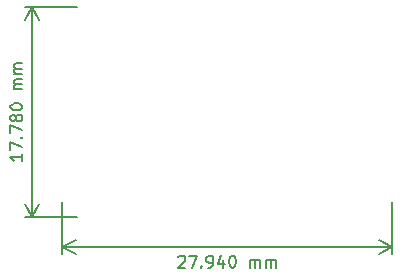
<source format=gbr>
G04 #@! TF.GenerationSoftware,KiCad,Pcbnew,5.1.5+dfsg1-2build2*
G04 #@! TF.CreationDate,2021-03-15T22:58:29+01:00*
G04 #@! TF.ProjectId,ProMicro_BOOST,50726f4d-6963-4726-9f5f-424f4f53542e,v1.8*
G04 #@! TF.SameCoordinates,Original*
G04 #@! TF.FileFunction,OtherDrawing,Comment*
%FSLAX46Y46*%
G04 Gerber Fmt 4.6, Leading zero omitted, Abs format (unit mm)*
G04 Created by KiCad*
%MOMM*%
%LPD*%
G04 APERTURE LIST*
%ADD10C,0.150000*%
G04 APERTURE END LIST*
D10*
X58715380Y-126126428D02*
X58715380Y-126697857D01*
X58715380Y-126412142D02*
X57715380Y-126412142D01*
X57858238Y-126507380D01*
X57953476Y-126602619D01*
X58001095Y-126697857D01*
X57715380Y-125793095D02*
X57715380Y-125126428D01*
X58715380Y-125555000D01*
X58620142Y-124745476D02*
X58667761Y-124697857D01*
X58715380Y-124745476D01*
X58667761Y-124793095D01*
X58620142Y-124745476D01*
X58715380Y-124745476D01*
X57715380Y-124364523D02*
X57715380Y-123697857D01*
X58715380Y-124126428D01*
X58143952Y-123174047D02*
X58096333Y-123269285D01*
X58048714Y-123316904D01*
X57953476Y-123364523D01*
X57905857Y-123364523D01*
X57810619Y-123316904D01*
X57763000Y-123269285D01*
X57715380Y-123174047D01*
X57715380Y-122983571D01*
X57763000Y-122888333D01*
X57810619Y-122840714D01*
X57905857Y-122793095D01*
X57953476Y-122793095D01*
X58048714Y-122840714D01*
X58096333Y-122888333D01*
X58143952Y-122983571D01*
X58143952Y-123174047D01*
X58191571Y-123269285D01*
X58239190Y-123316904D01*
X58334428Y-123364523D01*
X58524904Y-123364523D01*
X58620142Y-123316904D01*
X58667761Y-123269285D01*
X58715380Y-123174047D01*
X58715380Y-122983571D01*
X58667761Y-122888333D01*
X58620142Y-122840714D01*
X58524904Y-122793095D01*
X58334428Y-122793095D01*
X58239190Y-122840714D01*
X58191571Y-122888333D01*
X58143952Y-122983571D01*
X57715380Y-122174047D02*
X57715380Y-122078809D01*
X57763000Y-121983571D01*
X57810619Y-121935952D01*
X57905857Y-121888333D01*
X58096333Y-121840714D01*
X58334428Y-121840714D01*
X58524904Y-121888333D01*
X58620142Y-121935952D01*
X58667761Y-121983571D01*
X58715380Y-122078809D01*
X58715380Y-122174047D01*
X58667761Y-122269285D01*
X58620142Y-122316904D01*
X58524904Y-122364523D01*
X58334428Y-122412142D01*
X58096333Y-122412142D01*
X57905857Y-122364523D01*
X57810619Y-122316904D01*
X57763000Y-122269285D01*
X57715380Y-122174047D01*
X58715380Y-120650238D02*
X58048714Y-120650238D01*
X58143952Y-120650238D02*
X58096333Y-120602619D01*
X58048714Y-120507380D01*
X58048714Y-120364523D01*
X58096333Y-120269285D01*
X58191571Y-120221666D01*
X58715380Y-120221666D01*
X58191571Y-120221666D02*
X58096333Y-120174047D01*
X58048714Y-120078809D01*
X58048714Y-119935952D01*
X58096333Y-119840714D01*
X58191571Y-119793095D01*
X58715380Y-119793095D01*
X58715380Y-119316904D02*
X58048714Y-119316904D01*
X58143952Y-119316904D02*
X58096333Y-119269285D01*
X58048714Y-119174047D01*
X58048714Y-119031190D01*
X58096333Y-118935952D01*
X58191571Y-118888333D01*
X58715380Y-118888333D01*
X58191571Y-118888333D02*
X58096333Y-118840714D01*
X58048714Y-118745476D01*
X58048714Y-118602619D01*
X58096333Y-118507380D01*
X58191571Y-118459761D01*
X58715380Y-118459761D01*
X59563000Y-131445000D02*
X59563000Y-113665000D01*
X63373000Y-131445000D02*
X58976579Y-131445000D01*
X63373000Y-113665000D02*
X58976579Y-113665000D01*
X59563000Y-113665000D02*
X60149421Y-114791504D01*
X59563000Y-113665000D02*
X58976579Y-114791504D01*
X59563000Y-131445000D02*
X60149421Y-130318496D01*
X59563000Y-131445000D02*
X58976579Y-130318496D01*
X71930142Y-134832619D02*
X71977761Y-134785000D01*
X72073000Y-134737380D01*
X72311095Y-134737380D01*
X72406333Y-134785000D01*
X72453952Y-134832619D01*
X72501571Y-134927857D01*
X72501571Y-135023095D01*
X72453952Y-135165952D01*
X71882523Y-135737380D01*
X72501571Y-135737380D01*
X72834904Y-134737380D02*
X73501571Y-134737380D01*
X73073000Y-135737380D01*
X73882523Y-135642142D02*
X73930142Y-135689761D01*
X73882523Y-135737380D01*
X73834904Y-135689761D01*
X73882523Y-135642142D01*
X73882523Y-135737380D01*
X74406333Y-135737380D02*
X74596809Y-135737380D01*
X74692047Y-135689761D01*
X74739666Y-135642142D01*
X74834904Y-135499285D01*
X74882523Y-135308809D01*
X74882523Y-134927857D01*
X74834904Y-134832619D01*
X74787285Y-134785000D01*
X74692047Y-134737380D01*
X74501571Y-134737380D01*
X74406333Y-134785000D01*
X74358714Y-134832619D01*
X74311095Y-134927857D01*
X74311095Y-135165952D01*
X74358714Y-135261190D01*
X74406333Y-135308809D01*
X74501571Y-135356428D01*
X74692047Y-135356428D01*
X74787285Y-135308809D01*
X74834904Y-135261190D01*
X74882523Y-135165952D01*
X75739666Y-135070714D02*
X75739666Y-135737380D01*
X75501571Y-134689761D02*
X75263476Y-135404047D01*
X75882523Y-135404047D01*
X76453952Y-134737380D02*
X76549190Y-134737380D01*
X76644428Y-134785000D01*
X76692047Y-134832619D01*
X76739666Y-134927857D01*
X76787285Y-135118333D01*
X76787285Y-135356428D01*
X76739666Y-135546904D01*
X76692047Y-135642142D01*
X76644428Y-135689761D01*
X76549190Y-135737380D01*
X76453952Y-135737380D01*
X76358714Y-135689761D01*
X76311095Y-135642142D01*
X76263476Y-135546904D01*
X76215857Y-135356428D01*
X76215857Y-135118333D01*
X76263476Y-134927857D01*
X76311095Y-134832619D01*
X76358714Y-134785000D01*
X76453952Y-134737380D01*
X77977761Y-135737380D02*
X77977761Y-135070714D01*
X77977761Y-135165952D02*
X78025380Y-135118333D01*
X78120619Y-135070714D01*
X78263476Y-135070714D01*
X78358714Y-135118333D01*
X78406333Y-135213571D01*
X78406333Y-135737380D01*
X78406333Y-135213571D02*
X78453952Y-135118333D01*
X78549190Y-135070714D01*
X78692047Y-135070714D01*
X78787285Y-135118333D01*
X78834904Y-135213571D01*
X78834904Y-135737380D01*
X79311095Y-135737380D02*
X79311095Y-135070714D01*
X79311095Y-135165952D02*
X79358714Y-135118333D01*
X79453952Y-135070714D01*
X79596809Y-135070714D01*
X79692047Y-135118333D01*
X79739666Y-135213571D01*
X79739666Y-135737380D01*
X79739666Y-135213571D02*
X79787285Y-135118333D01*
X79882523Y-135070714D01*
X80025380Y-135070714D01*
X80120619Y-135118333D01*
X80168238Y-135213571D01*
X80168238Y-135737380D01*
X62103000Y-133985000D02*
X90043000Y-133985000D01*
X62103000Y-130175000D02*
X62103000Y-134571421D01*
X90043000Y-130175000D02*
X90043000Y-134571421D01*
X90043000Y-133985000D02*
X88916496Y-134571421D01*
X90043000Y-133985000D02*
X88916496Y-133398579D01*
X62103000Y-133985000D02*
X63229504Y-134571421D01*
X62103000Y-133985000D02*
X63229504Y-133398579D01*
M02*

</source>
